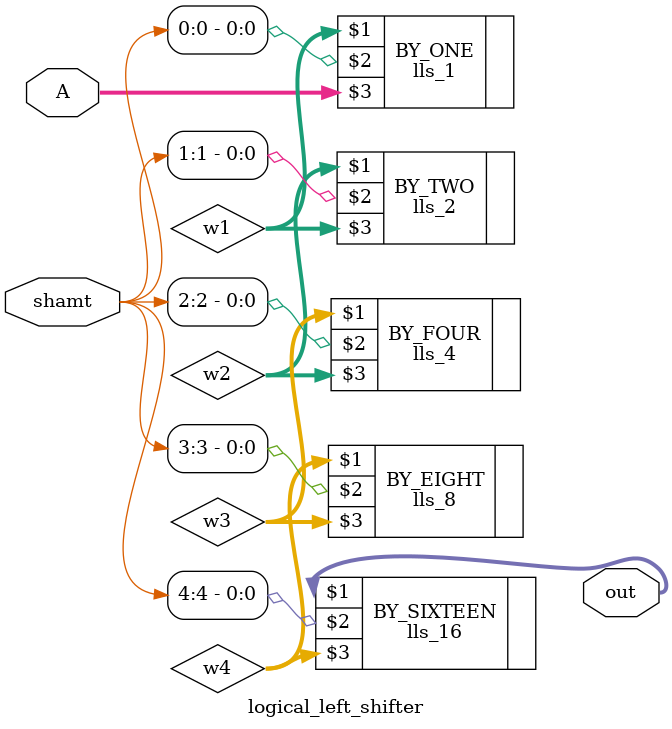
<source format=v>
module logical_left_shifter(out, shamt, A);
    input [31:0] A;
    input [4:0] shamt;
    output [31:0] out;

    wire [31:0] w1, w2, w3, w4;

    lls_1 BY_ONE(w1, shamt[0], A);
    lls_2 BY_TWO(w2, shamt[1], w1);
    lls_4 BY_FOUR(w3, shamt[2], w2);
    lls_8 BY_EIGHT(w4, shamt[3], w3);
    lls_16 BY_SIXTEEN(out, shamt[4], w4);
endmodule
</source>
